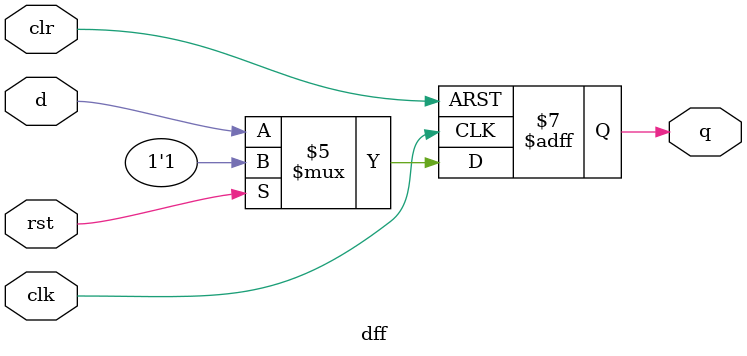
<source format=v>
module dff(clk,clr,rst,d,q);
    input clk;
    input clr,rst;
    input d;
    output q;
    reg q;
    always@(posedge clk or posedge clr) //敏感源为时钟上升沿或清零信号的上升沿（异步清零）
    begin
        if(clr == 1'b1) //清零信号有效时（高电平），输出清零
            q <= 1'b0;
        else if(rst == 1'b1) //复位信号有效时（高电平），输出置1（同步置1）
            q <= 1'b1;
        else //二者都无效时，输出保持当前状态
            q <= d;
    end
endmodule

</source>
